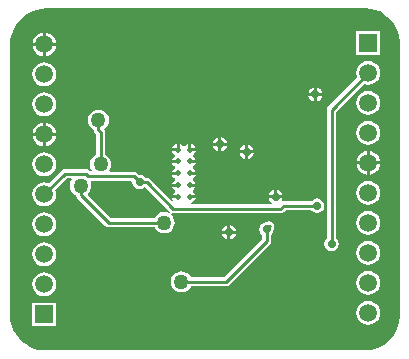
<source format=gbl>
G04*
G04 #@! TF.GenerationSoftware,Altium Limited,Altium Designer,18.1.7 (191)*
G04*
G04 Layer_Physical_Order=2*
G04 Layer_Color=16711680*
%FSLAX25Y25*%
%MOIN*%
G70*
G01*
G75*
%ADD14C,0.01000*%
%ADD45R,0.05906X0.05906*%
%ADD46C,0.05906*%
%ADD47C,0.05000*%
%ADD48C,0.02756*%
%ADD49C,0.01968*%
G36*
X120419Y113971D02*
X121915Y113570D01*
X123345Y112978D01*
X124686Y112204D01*
X125915Y111261D01*
X127009Y110167D01*
X127952Y108938D01*
X128726Y107597D01*
X129318Y106167D01*
X129719Y104671D01*
X129921Y103136D01*
Y102362D01*
Y11811D01*
Y11037D01*
X129719Y9502D01*
X129318Y8006D01*
X128726Y6576D01*
X127952Y5235D01*
X127009Y4007D01*
X125915Y2912D01*
X124686Y1969D01*
X123345Y1195D01*
X121915Y603D01*
X120419Y202D01*
X118884Y0D01*
X11214D01*
X9654Y205D01*
X8134Y612D01*
X6681Y1214D01*
X5319Y2001D01*
X4071Y2959D01*
X2959Y4071D01*
X2001Y5319D01*
X1214Y6681D01*
X612Y8134D01*
X205Y9654D01*
X0Y11214D01*
Y12000D01*
Y101378D01*
Y102217D01*
X219Y103879D01*
X653Y105500D01*
X1295Y107049D01*
X2134Y108502D01*
X3155Y109833D01*
X4341Y111019D01*
X5671Y112040D01*
X7124Y112878D01*
X8674Y113520D01*
X10294Y113954D01*
X11957Y114173D01*
X118884D01*
X120419Y113971D01*
D02*
G37*
%LPC*%
G36*
X12016Y105921D02*
Y102500D01*
X15437D01*
X15367Y103032D01*
X14968Y103993D01*
X14335Y104819D01*
X13509Y105453D01*
X12548Y105851D01*
X12016Y105921D01*
D02*
G37*
G36*
X11016D02*
X10484Y105851D01*
X9522Y105453D01*
X8697Y104819D01*
X8063Y103993D01*
X7665Y103032D01*
X7595Y102500D01*
X11016D01*
Y105921D01*
D02*
G37*
G36*
X123468Y106453D02*
X115563D01*
Y98547D01*
X123468D01*
Y106453D01*
D02*
G37*
G36*
X15437Y101500D02*
X12016D01*
Y98079D01*
X12548Y98149D01*
X13509Y98547D01*
X14335Y99181D01*
X14968Y100007D01*
X15367Y100968D01*
X15437Y101500D01*
D02*
G37*
G36*
X11016D02*
X7595D01*
X7665Y100968D01*
X8063Y100007D01*
X8697Y99181D01*
X9522Y98547D01*
X10484Y98149D01*
X11016Y98079D01*
Y101500D01*
D02*
G37*
G36*
X119516Y96487D02*
X118484Y96351D01*
X117522Y95953D01*
X116697Y95319D01*
X116063Y94493D01*
X115665Y93532D01*
X115529Y92500D01*
X115665Y91468D01*
X115857Y91004D01*
X106202Y81349D01*
X105870Y80853D01*
X105754Y80268D01*
Y37291D01*
X105569Y37167D01*
X105043Y36380D01*
X104859Y35453D01*
X105043Y34525D01*
X105569Y33738D01*
X106356Y33213D01*
X107283Y33028D01*
X108211Y33213D01*
X108998Y33738D01*
X109523Y34525D01*
X109708Y35453D01*
X109523Y36380D01*
X108998Y37167D01*
X108813Y37291D01*
Y79634D01*
X118020Y88841D01*
X118484Y88649D01*
X119516Y88513D01*
X120548Y88649D01*
X121509Y89047D01*
X122335Y89681D01*
X122968Y90507D01*
X123367Y91468D01*
X123503Y92500D01*
X123367Y93532D01*
X122968Y94493D01*
X122335Y95319D01*
X121509Y95953D01*
X120548Y96351D01*
X119516Y96487D01*
D02*
G37*
G36*
X11516Y95987D02*
X10484Y95851D01*
X9522Y95453D01*
X8697Y94819D01*
X8063Y93993D01*
X7665Y93032D01*
X7529Y92000D01*
X7665Y90968D01*
X8063Y90007D01*
X8697Y89181D01*
X9522Y88547D01*
X10484Y88149D01*
X11516Y88013D01*
X12548Y88149D01*
X13509Y88547D01*
X14335Y89181D01*
X14968Y90007D01*
X15367Y90968D01*
X15503Y92000D01*
X15367Y93032D01*
X14968Y93993D01*
X14335Y94819D01*
X13509Y95453D01*
X12548Y95851D01*
X11516Y95987D01*
D02*
G37*
G36*
X102380Y87644D02*
Y85819D01*
X104206D01*
X104120Y86247D01*
X103595Y87034D01*
X102808Y87559D01*
X102380Y87644D01*
D02*
G37*
G36*
X101380D02*
X100953Y87559D01*
X100166Y87034D01*
X99641Y86247D01*
X99555Y85819D01*
X101380D01*
Y87644D01*
D02*
G37*
G36*
X104206Y84819D02*
X102380D01*
Y82994D01*
X102808Y83079D01*
X103595Y83605D01*
X104120Y84391D01*
X104206Y84819D01*
D02*
G37*
G36*
X101380D02*
X99555D01*
X99641Y84391D01*
X100166Y83605D01*
X100953Y83079D01*
X101380Y82994D01*
Y84819D01*
D02*
G37*
G36*
X119516Y86487D02*
X118484Y86351D01*
X117522Y85953D01*
X116697Y85319D01*
X116063Y84493D01*
X115665Y83532D01*
X115529Y82500D01*
X115665Y81468D01*
X116063Y80507D01*
X116697Y79681D01*
X117522Y79047D01*
X118484Y78649D01*
X119516Y78513D01*
X120548Y78649D01*
X121509Y79047D01*
X122335Y79681D01*
X122968Y80507D01*
X123367Y81468D01*
X123503Y82500D01*
X123367Y83532D01*
X122968Y84493D01*
X122335Y85319D01*
X121509Y85953D01*
X120548Y86351D01*
X119516Y86487D01*
D02*
G37*
G36*
X11516Y85987D02*
X10484Y85851D01*
X9522Y85453D01*
X8697Y84819D01*
X8063Y83993D01*
X7665Y83032D01*
X7529Y82000D01*
X7665Y80968D01*
X8063Y80007D01*
X8697Y79181D01*
X9522Y78547D01*
X10484Y78149D01*
X11516Y78013D01*
X12548Y78149D01*
X13509Y78547D01*
X14335Y79181D01*
X14968Y80007D01*
X15367Y80968D01*
X15503Y82000D01*
X15367Y83032D01*
X14968Y83993D01*
X14335Y84819D01*
X13509Y85453D01*
X12548Y85851D01*
X11516Y85987D01*
D02*
G37*
G36*
X12016Y75921D02*
Y72500D01*
X15437D01*
X15367Y73032D01*
X14968Y73993D01*
X14335Y74819D01*
X13509Y75453D01*
X12548Y75851D01*
X12016Y75921D01*
D02*
G37*
G36*
X11016D02*
X10484Y75851D01*
X9522Y75453D01*
X8697Y74819D01*
X8063Y73993D01*
X7665Y73032D01*
X7595Y72500D01*
X11016D01*
Y75921D01*
D02*
G37*
G36*
X70520Y71052D02*
Y69227D01*
X72345D01*
X72260Y69655D01*
X71734Y70442D01*
X70948Y70967D01*
X70520Y71052D01*
D02*
G37*
G36*
X69520D02*
X69092Y70967D01*
X68306Y70442D01*
X67780Y69655D01*
X67695Y69227D01*
X69520D01*
Y71052D01*
D02*
G37*
G36*
X119516Y76487D02*
X118484Y76351D01*
X117522Y75953D01*
X116697Y75319D01*
X116063Y74493D01*
X115665Y73532D01*
X115529Y72500D01*
X115665Y71468D01*
X116063Y70507D01*
X116697Y69681D01*
X117522Y69047D01*
X118484Y68649D01*
X119516Y68513D01*
X120548Y68649D01*
X121509Y69047D01*
X122335Y69681D01*
X122968Y70507D01*
X123367Y71468D01*
X123503Y72500D01*
X123367Y73532D01*
X122968Y74493D01*
X122335Y75319D01*
X121509Y75953D01*
X120548Y76351D01*
X119516Y76487D01*
D02*
G37*
G36*
X15437Y71500D02*
X12016D01*
Y68079D01*
X12548Y68149D01*
X13509Y68547D01*
X14335Y69181D01*
X14968Y70007D01*
X15367Y70968D01*
X15437Y71500D01*
D02*
G37*
G36*
X11016D02*
X7595D01*
X7665Y70968D01*
X8063Y70007D01*
X8697Y69181D01*
X9522Y68547D01*
X10484Y68149D01*
X11016Y68079D01*
Y71500D01*
D02*
G37*
G36*
X60539Y68853D02*
Y67429D01*
X61963D01*
X61909Y67703D01*
X61470Y68360D01*
X60814Y68798D01*
X60539Y68853D01*
D02*
G37*
G36*
X55602D02*
X55328Y68798D01*
X54672Y68360D01*
X54233Y67703D01*
X54179Y67429D01*
X55602D01*
Y68853D01*
D02*
G37*
G36*
X79442Y68480D02*
Y66655D01*
X81267D01*
X81182Y67083D01*
X80657Y67869D01*
X79870Y68395D01*
X79442Y68480D01*
D02*
G37*
G36*
X78442D02*
X78014Y68395D01*
X77228Y67869D01*
X76702Y67083D01*
X76617Y66655D01*
X78442D01*
Y68480D01*
D02*
G37*
G36*
X72345Y68227D02*
X70520D01*
Y66402D01*
X70948Y66487D01*
X71734Y67013D01*
X72260Y67799D01*
X72345Y68227D01*
D02*
G37*
G36*
X69520D02*
X67695D01*
X67780Y67799D01*
X68306Y67013D01*
X69092Y66487D01*
X69520Y66402D01*
Y68227D01*
D02*
G37*
G36*
X81267Y65655D02*
X79442D01*
Y63830D01*
X79870Y63915D01*
X80657Y64441D01*
X81182Y65227D01*
X81267Y65655D01*
D02*
G37*
G36*
X78442D02*
X76617D01*
X76702Y65227D01*
X77228Y64441D01*
X78014Y63915D01*
X78442Y63830D01*
Y65655D01*
D02*
G37*
G36*
X120016Y66421D02*
Y63000D01*
X123437D01*
X123367Y63532D01*
X122968Y64493D01*
X122335Y65319D01*
X121509Y65953D01*
X120548Y66351D01*
X120016Y66421D01*
D02*
G37*
G36*
X119016D02*
X118484Y66351D01*
X117522Y65953D01*
X116697Y65319D01*
X116063Y64493D01*
X115665Y63532D01*
X115595Y63000D01*
X119016D01*
Y66421D01*
D02*
G37*
G36*
X29528Y80302D02*
X28614Y80182D01*
X27762Y79829D01*
X27031Y79268D01*
X26470Y78537D01*
X26118Y77685D01*
X25997Y76772D01*
X26118Y75858D01*
X26470Y75007D01*
X27031Y74275D01*
X27762Y73714D01*
X27998Y73617D01*
Y73532D01*
X28115Y72947D01*
X28446Y72450D01*
X28772Y72124D01*
Y65163D01*
X28537Y65065D01*
X27806Y64504D01*
X27244Y63773D01*
X26892Y62922D01*
X26772Y62008D01*
X26892Y61094D01*
X27244Y60243D01*
X27341Y60116D01*
X27121Y59637D01*
X26762Y59601D01*
X26360Y60003D01*
X25864Y60334D01*
X25279Y60451D01*
X18437D01*
X17852Y60334D01*
X17356Y60003D01*
X13012Y55659D01*
X12548Y55851D01*
X11516Y55987D01*
X10484Y55851D01*
X9522Y55453D01*
X8697Y54819D01*
X8063Y53993D01*
X7665Y53032D01*
X7529Y52000D01*
X7665Y50968D01*
X8063Y50007D01*
X8697Y49181D01*
X9522Y48547D01*
X10484Y48149D01*
X11516Y48013D01*
X12548Y48149D01*
X13509Y48547D01*
X14335Y49181D01*
X14968Y50007D01*
X15367Y50968D01*
X15503Y52000D01*
X15367Y53032D01*
X15175Y53496D01*
X19071Y57392D01*
X20541D01*
X20762Y56943D01*
X20565Y56686D01*
X20212Y55835D01*
X20092Y54921D01*
X20212Y54008D01*
X20565Y53156D01*
X21126Y52425D01*
X21857Y51864D01*
X22134Y51749D01*
X22209Y51370D01*
X22541Y50874D01*
X31902Y41513D01*
X32398Y41181D01*
X32983Y41065D01*
X48341D01*
X48439Y40829D01*
X49000Y40098D01*
X49731Y39537D01*
X50582Y39184D01*
X51496Y39064D01*
X52410Y39184D01*
X53261Y39537D01*
X53992Y40098D01*
X54553Y40829D01*
X54906Y41680D01*
X55026Y42594D01*
X54906Y43508D01*
X54553Y44359D01*
X53992Y45090D01*
X53652Y45352D01*
X53926Y45768D01*
X54512Y45652D01*
X90240D01*
X90825Y45768D01*
X91321Y46100D01*
X91920Y46699D01*
X100524D01*
X100648Y46514D01*
X101434Y45988D01*
X102362Y45804D01*
X103290Y45988D01*
X104077Y46514D01*
X104602Y47300D01*
X104787Y48228D01*
X104602Y49156D01*
X104077Y49943D01*
X103290Y50468D01*
X102362Y50653D01*
X101434Y50468D01*
X100648Y49943D01*
X100524Y49758D01*
X91287D01*
X91063Y49713D01*
X90763Y50163D01*
X90823Y50253D01*
X90908Y50681D01*
X86258D01*
X86343Y50253D01*
X86868Y49467D01*
X87252Y49211D01*
X87100Y48711D01*
X60353D01*
X60303Y49211D01*
X60814Y49312D01*
X61470Y49751D01*
X61909Y50407D01*
X61963Y50681D01*
X60039D01*
Y51681D01*
X61963D01*
X61909Y51955D01*
X61470Y52612D01*
X61115Y52849D01*
Y53450D01*
X61470Y53688D01*
X61909Y54344D01*
X61963Y54618D01*
X60039D01*
Y55618D01*
X61963D01*
X61909Y55892D01*
X61470Y56549D01*
X61115Y56786D01*
Y57387D01*
X61470Y57625D01*
X61909Y58281D01*
X61963Y58555D01*
X60039D01*
Y59555D01*
X61963D01*
X61909Y59829D01*
X61470Y60486D01*
X61115Y60723D01*
Y61324D01*
X61470Y61562D01*
X61909Y62218D01*
X61963Y62492D01*
X60039D01*
Y63492D01*
X61963D01*
X61909Y63766D01*
X61470Y64423D01*
X61115Y64660D01*
Y65261D01*
X61470Y65499D01*
X61909Y66155D01*
X61963Y66429D01*
X60039D01*
Y66929D01*
X59539D01*
Y68853D01*
X59265Y68798D01*
X58609Y68360D01*
X58372Y68005D01*
X57770D01*
X57533Y68360D01*
X56877Y68798D01*
X56602Y68853D01*
Y66929D01*
X56102D01*
Y66429D01*
X54179D01*
X54233Y66155D01*
X54672Y65499D01*
X55027Y65261D01*
Y64660D01*
X54672Y64423D01*
X54233Y63766D01*
X54179Y63492D01*
X56102D01*
Y62492D01*
X54179D01*
X54233Y62218D01*
X54672Y61562D01*
X55027Y61324D01*
Y60723D01*
X54672Y60486D01*
X54233Y59829D01*
X54179Y59555D01*
X56102D01*
Y58555D01*
X54179D01*
X54233Y58281D01*
X54672Y57625D01*
X55027Y57387D01*
Y56786D01*
X54672Y56549D01*
X54233Y55892D01*
X54179Y55618D01*
X56102D01*
Y54618D01*
X54179D01*
X54233Y54344D01*
X54672Y53688D01*
X55027Y53450D01*
Y52849D01*
X54672Y52612D01*
X54233Y51955D01*
X54179Y51681D01*
X56102D01*
Y50681D01*
X54179D01*
X54233Y50407D01*
X54389Y50174D01*
X54000Y49855D01*
X46672Y57184D01*
X46176Y57515D01*
X45591Y57632D01*
X45145D01*
X45021Y57817D01*
X44235Y58342D01*
X43307Y58527D01*
X43089Y58483D01*
X42483Y59089D01*
X41987Y59421D01*
X41401Y59537D01*
X33383D01*
X33162Y59986D01*
X33359Y60243D01*
X33712Y61094D01*
X33832Y62008D01*
X33712Y62922D01*
X33359Y63773D01*
X32798Y64504D01*
X32067Y65065D01*
X31831Y65163D01*
Y72758D01*
X31715Y73343D01*
X31408Y73803D01*
X32024Y74275D01*
X32585Y75007D01*
X32937Y75858D01*
X33058Y76772D01*
X32937Y77685D01*
X32585Y78537D01*
X32024Y79268D01*
X31293Y79829D01*
X30441Y80182D01*
X29528Y80302D01*
D02*
G37*
G36*
X123437Y62000D02*
X120016D01*
Y58579D01*
X120548Y58649D01*
X121509Y59047D01*
X122335Y59681D01*
X122968Y60507D01*
X123367Y61468D01*
X123437Y62000D01*
D02*
G37*
G36*
X119016D02*
X115595D01*
X115665Y61468D01*
X116063Y60507D01*
X116697Y59681D01*
X117522Y59047D01*
X118484Y58649D01*
X119016Y58579D01*
Y62000D01*
D02*
G37*
G36*
X11516Y65987D02*
X10484Y65851D01*
X9522Y65453D01*
X8697Y64819D01*
X8063Y63993D01*
X7665Y63032D01*
X7529Y62000D01*
X7665Y60968D01*
X8063Y60007D01*
X8697Y59181D01*
X9522Y58547D01*
X10484Y58149D01*
X11516Y58013D01*
X12548Y58149D01*
X13509Y58547D01*
X14335Y59181D01*
X14968Y60007D01*
X15367Y60968D01*
X15503Y62000D01*
X15367Y63032D01*
X14968Y63993D01*
X14335Y64819D01*
X13509Y65453D01*
X12548Y65851D01*
X11516Y65987D01*
D02*
G37*
G36*
X89083Y53506D02*
Y51681D01*
X90908D01*
X90823Y52109D01*
X90297Y52895D01*
X89511Y53421D01*
X89083Y53506D01*
D02*
G37*
G36*
X88083D02*
X87655Y53421D01*
X86868Y52895D01*
X86343Y52109D01*
X86258Y51681D01*
X88083D01*
Y53506D01*
D02*
G37*
G36*
X119516Y56487D02*
X118484Y56351D01*
X117522Y55953D01*
X116697Y55319D01*
X116063Y54493D01*
X115665Y53532D01*
X115529Y52500D01*
X115665Y51468D01*
X116063Y50507D01*
X116697Y49681D01*
X117522Y49047D01*
X118484Y48649D01*
X119516Y48513D01*
X120548Y48649D01*
X121509Y49047D01*
X122335Y49681D01*
X122968Y50507D01*
X123367Y51468D01*
X123503Y52500D01*
X123367Y53532D01*
X122968Y54493D01*
X122335Y55319D01*
X121509Y55953D01*
X120548Y56351D01*
X119516Y56487D01*
D02*
G37*
G36*
X73579Y41695D02*
Y39870D01*
X75404D01*
X75319Y40298D01*
X74793Y41085D01*
X74007Y41610D01*
X73579Y41695D01*
D02*
G37*
G36*
X72579D02*
X72151Y41610D01*
X71364Y41085D01*
X70839Y40298D01*
X70754Y39870D01*
X72579D01*
Y41695D01*
D02*
G37*
G36*
X119516Y46487D02*
X118484Y46351D01*
X117522Y45953D01*
X116697Y45319D01*
X116063Y44493D01*
X115665Y43532D01*
X115529Y42500D01*
X115665Y41468D01*
X116063Y40507D01*
X116697Y39681D01*
X117522Y39047D01*
X118484Y38649D01*
X119516Y38513D01*
X120548Y38649D01*
X121509Y39047D01*
X122335Y39681D01*
X122968Y40507D01*
X123367Y41468D01*
X123503Y42500D01*
X123367Y43532D01*
X122968Y44493D01*
X122335Y45319D01*
X121509Y45953D01*
X120548Y46351D01*
X119516Y46487D01*
D02*
G37*
G36*
X11516Y45987D02*
X10484Y45851D01*
X9522Y45453D01*
X8697Y44819D01*
X8063Y43993D01*
X7665Y43032D01*
X7529Y42000D01*
X7665Y40968D01*
X8063Y40007D01*
X8697Y39181D01*
X9522Y38547D01*
X10484Y38149D01*
X11516Y38013D01*
X12548Y38149D01*
X13509Y38547D01*
X14335Y39181D01*
X14968Y40007D01*
X15367Y40968D01*
X15503Y42000D01*
X15367Y43032D01*
X14968Y43993D01*
X14335Y44819D01*
X13509Y45453D01*
X12548Y45851D01*
X11516Y45987D01*
D02*
G37*
G36*
X75404Y38870D02*
X73579D01*
Y37045D01*
X74007Y37130D01*
X74793Y37656D01*
X75319Y38442D01*
X75404Y38870D01*
D02*
G37*
G36*
X72579D02*
X70754D01*
X70839Y38442D01*
X71364Y37656D01*
X72151Y37130D01*
X72579Y37045D01*
Y38870D01*
D02*
G37*
G36*
X119516Y36487D02*
X118484Y36351D01*
X117522Y35953D01*
X116697Y35319D01*
X116063Y34493D01*
X115665Y33532D01*
X115529Y32500D01*
X115665Y31468D01*
X116063Y30507D01*
X116697Y29681D01*
X117522Y29047D01*
X118484Y28649D01*
X119516Y28513D01*
X120548Y28649D01*
X121509Y29047D01*
X122335Y29681D01*
X122968Y30507D01*
X123367Y31468D01*
X123503Y32500D01*
X123367Y33532D01*
X122968Y34493D01*
X122335Y35319D01*
X121509Y35953D01*
X120548Y36351D01*
X119516Y36487D01*
D02*
G37*
G36*
X11516Y35987D02*
X10484Y35851D01*
X9522Y35453D01*
X8697Y34819D01*
X8063Y33993D01*
X7665Y33032D01*
X7529Y32000D01*
X7665Y30968D01*
X8063Y30007D01*
X8697Y29181D01*
X9522Y28547D01*
X10484Y28149D01*
X11516Y28013D01*
X12548Y28149D01*
X13509Y28547D01*
X14335Y29181D01*
X14968Y30007D01*
X15367Y30968D01*
X15503Y32000D01*
X15367Y33032D01*
X14968Y33993D01*
X14335Y34819D01*
X13509Y35453D01*
X12548Y35851D01*
X11516Y35987D01*
D02*
G37*
G36*
X86614Y42998D02*
X86198D01*
X85613Y42881D01*
X85388Y42731D01*
X84702Y42594D01*
X83915Y42069D01*
X83390Y41282D01*
X83205Y40354D01*
X83390Y39426D01*
X83915Y38640D01*
X84100Y38516D01*
Y37102D01*
X71417Y24419D01*
X60383D01*
X60286Y24655D01*
X59725Y25386D01*
X58993Y25947D01*
X58142Y26300D01*
X57228Y26420D01*
X56315Y26300D01*
X55463Y25947D01*
X54732Y25386D01*
X54171Y24655D01*
X53818Y23804D01*
X53698Y22890D01*
X53818Y21976D01*
X54171Y21125D01*
X54732Y20394D01*
X55463Y19833D01*
X56315Y19480D01*
X57228Y19360D01*
X58142Y19480D01*
X58993Y19833D01*
X59725Y20394D01*
X60286Y21125D01*
X60383Y21361D01*
X72051D01*
X72636Y21477D01*
X73132Y21809D01*
X86711Y35388D01*
X87043Y35884D01*
X87159Y36469D01*
Y38516D01*
X87344Y38640D01*
X87870Y39426D01*
X88054Y40354D01*
X87967Y40793D01*
X88027Y40883D01*
X88144Y41468D01*
X88027Y42053D01*
X87696Y42550D01*
X87199Y42881D01*
X86614Y42998D01*
D02*
G37*
G36*
X119516Y26487D02*
X118484Y26351D01*
X117522Y25953D01*
X116697Y25319D01*
X116063Y24493D01*
X115665Y23532D01*
X115529Y22500D01*
X115665Y21468D01*
X116063Y20507D01*
X116697Y19681D01*
X117522Y19047D01*
X118484Y18649D01*
X119516Y18513D01*
X120548Y18649D01*
X121509Y19047D01*
X122335Y19681D01*
X122968Y20507D01*
X123367Y21468D01*
X123503Y22500D01*
X123367Y23532D01*
X122968Y24493D01*
X122335Y25319D01*
X121509Y25953D01*
X120548Y26351D01*
X119516Y26487D01*
D02*
G37*
G36*
X11516Y25987D02*
X10484Y25851D01*
X9522Y25453D01*
X8697Y24819D01*
X8063Y23993D01*
X7665Y23032D01*
X7529Y22000D01*
X7665Y20968D01*
X8063Y20007D01*
X8697Y19181D01*
X9522Y18547D01*
X10484Y18149D01*
X11516Y18013D01*
X12548Y18149D01*
X13509Y18547D01*
X14335Y19181D01*
X14968Y20007D01*
X15367Y20968D01*
X15503Y22000D01*
X15367Y23032D01*
X14968Y23993D01*
X14335Y24819D01*
X13509Y25453D01*
X12548Y25851D01*
X11516Y25987D01*
D02*
G37*
G36*
X119516Y16487D02*
X118484Y16351D01*
X117522Y15953D01*
X116697Y15319D01*
X116063Y14493D01*
X115665Y13532D01*
X115529Y12500D01*
X115665Y11468D01*
X116063Y10507D01*
X116697Y9681D01*
X117522Y9047D01*
X118484Y8649D01*
X119516Y8513D01*
X120548Y8649D01*
X121509Y9047D01*
X122335Y9681D01*
X122968Y10507D01*
X123367Y11468D01*
X123503Y12500D01*
X123367Y13532D01*
X122968Y14493D01*
X122335Y15319D01*
X121509Y15953D01*
X120548Y16351D01*
X119516Y16487D01*
D02*
G37*
G36*
X15469Y15953D02*
X7563D01*
Y8047D01*
X15469D01*
Y15953D01*
D02*
G37*
%LPD*%
G36*
X40883Y56102D02*
X41067Y55174D01*
X41593Y54388D01*
X42379Y53862D01*
X43307Y53678D01*
X44235Y53862D01*
X45021Y54388D01*
X45131Y54399D01*
X53430Y46100D01*
X53141Y45701D01*
X52410Y46004D01*
X51496Y46124D01*
X50582Y46004D01*
X49731Y45652D01*
X49000Y45090D01*
X48439Y44359D01*
X48341Y44124D01*
X33617D01*
X25932Y51808D01*
X25965Y52307D01*
X26118Y52425D01*
X26679Y53156D01*
X27032Y54008D01*
X27152Y54921D01*
X27032Y55835D01*
X26938Y56063D01*
X27215Y56479D01*
X40476D01*
X40883Y56102D01*
D02*
G37*
D14*
X85630Y36469D02*
Y40354D01*
X72051Y22890D02*
X85630Y36469D01*
X57228Y22890D02*
X72051D01*
X86198Y41468D02*
X86614D01*
X23622Y51955D02*
X32983Y42594D01*
X51496D01*
X23622Y51955D02*
Y54921D01*
X11516Y52000D02*
X18437Y58921D01*
X25279D01*
X26192Y58008D02*
X41401D01*
X25279Y58921D02*
X26192Y58008D01*
X43307Y56102D02*
X45591D01*
X41401Y58008D02*
X43307Y56102D01*
X54512Y47181D02*
X90240D01*
X45591Y56102D02*
X54512Y47181D01*
X30302Y62008D02*
Y72758D01*
X29528Y73532D02*
Y76772D01*
Y73532D02*
X30302Y72758D01*
X85630Y40354D02*
Y40484D01*
X107283Y80268D02*
X119516Y92500D01*
X107283Y35453D02*
Y80268D01*
X90240Y47181D02*
X91287Y48228D01*
X102362D01*
D45*
X119516Y102500D02*
D03*
X11516Y12000D02*
D03*
D46*
X119516Y92500D02*
D03*
Y72500D02*
D03*
Y62500D02*
D03*
Y52500D02*
D03*
Y42500D02*
D03*
Y32500D02*
D03*
Y22500D02*
D03*
Y12500D02*
D03*
Y82500D02*
D03*
X11516Y22000D02*
D03*
Y42000D02*
D03*
Y52000D02*
D03*
Y62000D02*
D03*
Y72000D02*
D03*
Y82000D02*
D03*
Y92000D02*
D03*
Y102000D02*
D03*
Y32000D02*
D03*
D47*
X57228Y22890D02*
D03*
X51496Y42594D02*
D03*
X23622Y54921D02*
D03*
X30302Y62008D02*
D03*
X29528Y76772D02*
D03*
D48*
X70020Y68727D02*
D03*
X101880Y85319D02*
D03*
X43307Y56102D02*
D03*
X85630Y40354D02*
D03*
X107283Y35453D02*
D03*
X102362Y48228D02*
D03*
X78942Y66155D02*
D03*
X88583Y51181D02*
D03*
X73079Y39370D02*
D03*
D49*
X60039Y51181D02*
D03*
X56102D02*
D03*
X60039Y55118D02*
D03*
X56102D02*
D03*
X60039Y59055D02*
D03*
X56102D02*
D03*
X60039Y62992D02*
D03*
X56102D02*
D03*
X60039Y66929D02*
D03*
X56102D02*
D03*
M02*

</source>
